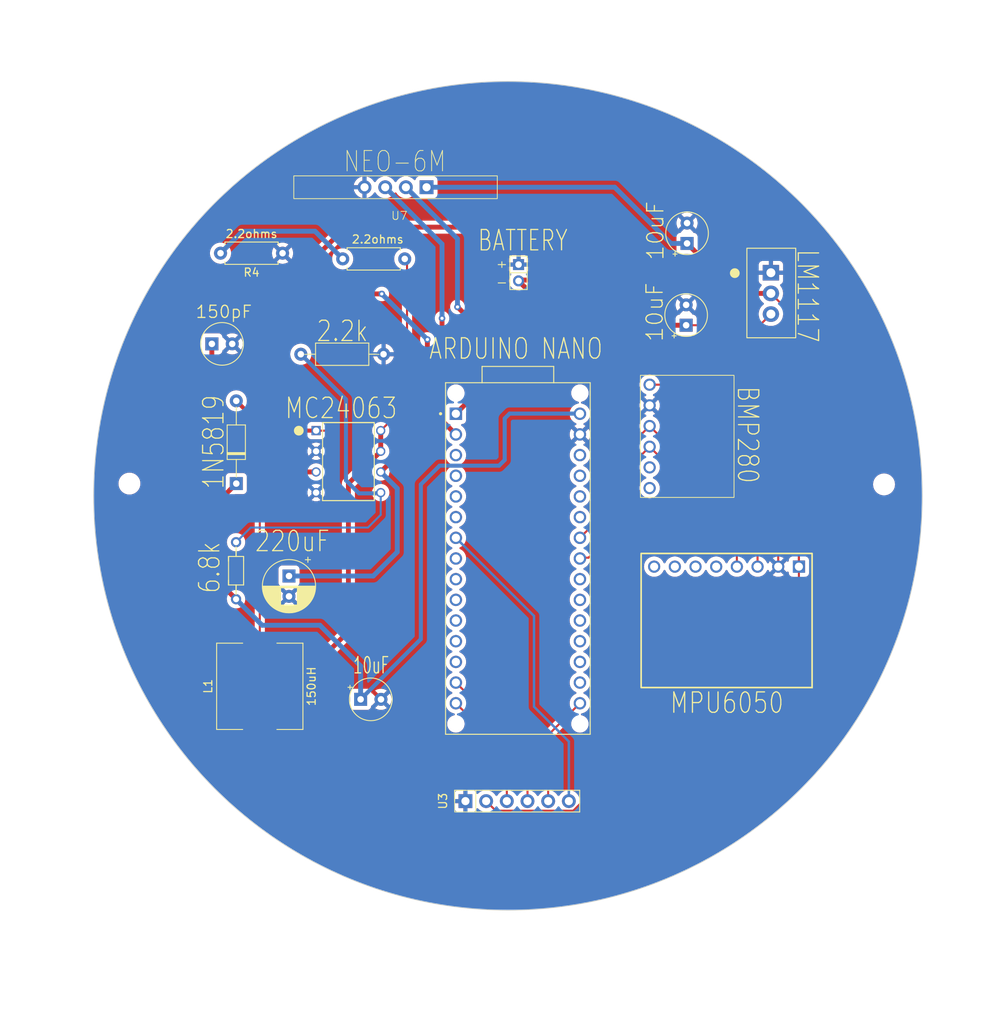
<source format=kicad_pcb>
(kicad_pcb (version 20221018) (generator pcbnew)
  (layers (0 "F.Cu" signal) (31 "B.Cu" signal) (34 "B.Paste" user) (35 "F.Paste" user) (36 "B.SilkS" user "B.Silkscreen") (37 "F.SilkS" user "F.Silkscreen") (38 "B.Mask" user) (39 "F.Mask" user) (44 "Edge.Cuts" user))
  (net 0 "")
  (net 1 "+3.7V")
  (net 2 "3.3V")
  (net 3 "GND")
  (net 4 "Net-(U1-CT)")
  (net 5 "Net-(D1-A)")
  (net 6 "Net-(U1-DRVR_C)")
  (net 7 "Net-(U1-COMPARATOR_NEG)")
  (net 8 "SCK_SDC")
  (net 9 "GPS_RX")
  (net 10 "GPS_TX")
  (net 15 "CS_SDC")
  (net 16 "SDA")
  (net 17 "SCK")
  (net 24 "MOSI_SDC")
  (net 25 "MISO_SDC")
  (net 42 "5V")
  (net 43 "Net-(R1-Pad1)")
  (footprint "Connector_PinSocket_2.54mm:PinSocket_1x06_P2.54mm_Vertical" (layer "F.Cu") (at 103.28 138.4 90)
    (fp_text reference "U3" (at 0 -2.77 90) (layer "F.SilkS"))
    (fp_text value "~" hide)
    (fp_line (start -1.33 1.27) (end -1.33 14.03) (stroke (width 0.12)) (layer "F.SilkS"))
    (fp_line (start -1.33 1.27) (end 1.33 1.27) (stroke (width 0.12)) (layer "F.SilkS"))
    (fp_line (start -1.33 14.03) (end 1.33 14.03) (stroke (width 0.12)) (layer "F.SilkS"))
    (fp_line (start 0 -1.33) (end 1.33 -1.33) (stroke (width 0.12)) (layer "F.SilkS"))
    (fp_line (start 1.33 -1.33) (end 1.33 0) (stroke (width 0.12)) (layer "F.SilkS"))
    (fp_line (start 1.33 1.27) (end 1.33 14.03) (stroke (width 0.12)) (layer "F.SilkS"))
    (pad "1" thru_hole rect (at 0 0 90) (size 1.7 1.7) (drill 1) (layers "*.Cu" "*.Mask") (net 3 "GND"))
    (pad "2" thru_hole oval (at 0 2.54 90) (size 1.7 1.7) (drill 1) (layers "*.Cu" "*.Mask") (net 2 "3.3V"))
    (pad "3" thru_hole oval (at 0 5.08 90) (size 1.7 1.7) (drill 1) (layers "*.Cu" "*.Mask") (net 25 "MISO_SDC"))
    (pad "4" thru_hole oval (at 0 7.62 90) (size 1.7 1.7) (drill 1) (layers "*.Cu" "*.Mask") (net 24 "MOSI_SDC"))
    (pad "5" thru_hole oval (at 0 10.16 90) (size 1.7 1.7) (drill 1) (layers "*.Cu" "*.Mask") (net 8 "SCK_SDC"))
    (pad "6" thru_hole oval (at 0 12.7 90) (size 1.7 1.7) (drill 1) (layers "*.Cu" "*.Mask") (net 15 "CS_SDC"))
  )
  (footprint "lib:capacitor_10uF" (layer "F.Cu") (at 135.5 67.9 90)
    (fp_text reference "C3" hide)
    (fp_text value "10uF" hide)
    (fp_text user "10uF" (at -4.202 -7.7135 90 unlocked) (layer "F.SilkS") (effects (font (size 2 2)) (justify left bottom)))
    (fp_line (start -3.554775 -6.475) (end -3.054775 -6.475) (stroke (width 0.12)) (layer "F.SilkS"))
    (fp_line (start -3.304775 -6.725) (end -3.304775 -6.225) (stroke (width 0.12)) (layer "F.SilkS"))
    (fp_circle (center -0.75 -5) (end 1.87 -5) (stroke (width 0.12)) (fill none) (layer "F.SilkS"))
    (pad "1" thru_hole rect (at -2 -5 90) (size 1.6 1.6) (drill 0.8) (layers "*.Cu" "*.Mask") (net 2 "3.3V"))
    (pad "2" thru_hole circle (at 0.5 -5 90) (size 1.6 1.6) (drill 0.8) (layers "*.Cu" "*.Mask") (net 3 "GND"))
  )
  (footprint "lib:capacitor_10uF" (layer "F.Cu") (at 92.4 130.9)
    (fp_text reference "C5" hide)
    (fp_text value "10uF" hide)
    (fp_text user "10uF" (at -3 -8 unlocked) (layer "F.SilkS") (effects (font (size 2 1.2)) (justify left bottom)))
    (fp_line (start -3.554775 -6.475) (end -3.054775 -6.475) (stroke (width 0.12)) (layer "F.SilkS"))
    (fp_line (start -3.304775 -6.725) (end -3.304775 -6.225) (stroke (width 0.12)) (layer "F.SilkS"))
    (fp_circle (center -0.75 -5) (end 1.87 -5) (stroke (width 0.12)) (fill none) (layer "F.SilkS"))
    (pad "1" thru_hole rect (at -2 -5) (size 1.6 1.6) (drill 0.8) (layers "*.Cu" "*.Mask") (net 42 "5V"))
    (pad "2" thru_hole circle (at 0.5 -5) (size 1.6 1.6) (drill 0.8) (layers "*.Cu" "*.Mask") (net 3 "GND"))
  )
  (footprint "lib:LM1117" (layer "F.Cu") (at 145 76.09 -90)
    (fp_text reference "U2")
    (fp_text value "LM1117T-3.3" hide)
    (fp_rect (start -5.6 1.15) (end 5.4 7.15) (stroke (width 0.127)) (fill none) (layer "F.SilkS"))
    (fp_circle (center -2.54 8.636) (end -2.04 8.636) (stroke (width 0.2)) (fill solid) (layer "F.SilkS"))
    (pad "1" thru_hole rect (at -2.59 4.2 270) (size 1.905 2) (drill 1.1) (layers "*.Cu" "*.Mask") (net 3 "GND"))
    (pad "2" thru_hole oval (at -0.05 4.2 270) (size 1.905 2) (drill 1.1) (layers "*.Cu" "*.Mask") (net 2 "3.3V"))
    (pad "3" thru_hole oval (at 2.49 4.2 270) (size 1.905 2) (drill 1.1) (layers "*.Cu" "*.Mask") (net 1 "+3.7V"))
  )
  (footprint "Inductor_SMD:L_10.4x10.4_H4.8" (layer "F.Cu") (at 78.0125 124.3 90)
    (fp_text reference "L1" (at 0 -6.35 90) (layer "F.SilkS"))
    (fp_text value "150uH" (at 0 6.35 90) (layer "F.SilkS"))
    (fp_line (start -5.3 -5.3) (end 5.3 -5.3) (stroke (width 0.12)) (layer "F.SilkS"))
    (fp_line (start -5.3 -2.1) (end -5.3 -5.3) (stroke (width 0.12)) (layer "F.SilkS"))
    (fp_line (start -5.3 5.3) (end -5.3 2.1) (stroke (width 0.12)) (layer "F.SilkS"))
    (fp_line (start 5.3 -5.3) (end 5.3 -2.1) (stroke (width 0.12)) (layer "F.SilkS"))
    (fp_line (start 5.3 2.1) (end 5.3 5.3) (stroke (width 0.12)) (layer "F.SilkS"))
    (fp_line (start 5.3 5.3) (end -5.3 5.3) (stroke (width 0.12)) (layer "F.SilkS"))
    (pad "1" smd rect (at -4.15 0 90) (size 2.7 3.6) (layers "F.Cu" "F.Paste" "F.Mask") (net 6 "Net-(U1-DRVR_C)"))
    (pad "2" smd rect (at 4.15 0 90) (size 2.7 3.6) (layers "F.Cu" "F.Paste" "F.Mask") (net 5 "Net-(D1-A)"))
  )
  (footprint "lib:BMP280" (layer "F.Cu") (at 131.37 93.45 -90)
    (fp_text reference "U6" hide)
    (fp_text value "~" hide)
    (fp_text user "BMP280" (at -6.15 -5.13 -90 unlocked) (layer "F.SilkS") (effects (font (size 2.5 2)) (justify left bottom)))
    (fp_rect (start -7.35 -4.9) (end 7.65 6.6) (stroke (width 0.1)) (fill none) (layer "F.SilkS"))
    (pad "1" thru_hole circle (at -6.2 5.4675 270) (size 1.5 1.5) (drill 1) (layers "*.Cu" "*.Mask") (net 2 "3.3V"))
    (pad "2" thru_hole circle (at -3.66 5.4675 270) (size 1.5 1.5) (drill 1) (layers "*.Cu" "*.Mask") (net 3 "GND"))
    (pad "3" thru_hole circle (at -1.12 5.4675 270) (size 1.5 1.5) (drill 1) (layers "*.Cu" "*.Mask") (net 17 "SCK"))
    (pad "4" thru_hole circle (at 1.42 5.4675 270) (size 1.5 1.5) (drill 1) (layers "*.Cu" "*.Mask") (net 16 "SDA"))
    (pad "5" thru_hole circle (at 3.96 5.4675 270) (size 1.5 1.5) (drill 1) (layers "*.Cu" "*.Mask"))
    (pad "6" thru_hole circle (at 6.5 5.4675 270) (size 1.5 1.5) (drill 1) (layers "*.Cu" "*.Mask"))
  )
  (footprint "Resistor_THT:R_Axial_DIN0207_L6.3mm_D2.5mm_P7.62mm_Horizontal" (layer "F.Cu") (at 80.81 71.1 180)
    (fp_text reference "R4" (at 3.81 -2.37) (layer "F.SilkS"))
    (fp_text value "2.2ohms" (at 3.81 2.37) (layer "F.SilkS"))
    (fp_line (start 0.54 -1.37) (end 7.08 -1.37) (stroke (width 0.12)) (layer "F.SilkS"))
    (fp_line (start 0.54 -1.04) (end 0.54 -1.37) (stroke (width 0.12)) (layer "F.SilkS"))
    (fp_line (start 0.54 1.04) (end 0.54 1.37) (stroke (width 0.12)) (layer "F.SilkS"))
    (fp_line (start 0.54 1.37) (end 7.08 1.37) (stroke (width 0.12)) (layer "F.SilkS"))
    (fp_line (start 7.08 -1.37) (end 7.08 -1.04) (stroke (width 0.12)) (layer "F.SilkS"))
    (fp_line (start 7.08 1.37) (end 7.08 1.04) (stroke (width 0.12)) (layer "F.SilkS"))
    (pad "1" thru_hole circle (at 0 0 180) (size 1.6 1.6) (drill 0.8) (layers "*.Cu" "*.Mask") (net 3 "GND"))
    (pad "2" thru_hole oval (at 7.62 0 180) (size 1.6 1.6) (drill 0.8) (layers "*.Cu" "*.Mask") (net 43 "Net-(R1-Pad1)"))
  )
  (footprint "lib:Capacitor_220uF" (layer "F.Cu") (at 81.339 111.34988 -90)
    (fp_text reference "C1")
    (fp_text value "220uF" hide)
    (fp_text user "220uF" (at -3.399759 4.039 unlocked) (layer "F.SilkS") (effects (font (size 2.5 2)) (justify left bottom)))
    (fp_line (start -2.915 -2.585) (end -2.285 -2.585) (stroke (width 0.12)) (layer "F.SilkS"))
    (fp_line (start -2.6 -2.9) (end -2.6 -2.27) (stroke (width 0.12)) (layer "F.SilkS"))
    (fp_line (start 0.650241 -3.491) (end 0.650241 2.969) (stroke (width 0.12)) (layer "F.SilkS"))
    (fp_line (start 0.690241 -3.491) (end 0.690241 2.969) (stroke (width 0.12)) (layer "F.SilkS"))
    (fp_line (start 0.730241 -3.491) (end 0.730241 2.969) (stroke (width 0.12)) (layer "F.SilkS"))
    (fp_line (start 0.770241 -3.489) (end 0.770241 2.967) (stroke (width 0.12)) (layer "F.SilkS"))
    (fp_line (start 0.810241 -3.488) (end 0.810241 2.966) (stroke (width 0.12)) (layer "F.SilkS"))
    (fp_line (start 0.850241 -3.485) (end 0.850241 2.963) (stroke (width 0.12)) (layer "F.SilkS"))
    (fp_line (start 0.890241 -3.483) (end 0.890241 -1.301) (stroke (width 0.12)) (layer "F.SilkS"))
    (fp_line (start 0.890241 0.779) (end 0.890241 2.961) (stroke (width 0.12)) (layer "F.SilkS"))
    (fp_line (start 0.930241 -3.479) (end 0.930241 -1.301) (stroke (width 0.12)) (layer "F.SilkS"))
    (fp_line (start 0.930241 0.779) (end 0.930241 2.957) (stroke (width 0.12)) (layer "F.SilkS"))
    (fp_line (start 0.970241 -3.476) (end 0.970241 -1.301) (stroke (width 0.12)) (layer "F.SilkS"))
    (fp_line (start 0.970241 0.779) (end 0.970241 2.954) (stroke (width 0.12)) (layer "F.SilkS"))
    (fp_line (start 1.010241 -3.472) (end 1.010241 -1.301) (stroke (width 0.12)) (layer "F.SilkS"))
    (fp_line (start 1.010241 0.779) (end 1.010241 2.95) (stroke (width 0.12)) (layer "F.SilkS"))
    (fp_line (start 1.050241 -3.467) (end 1.050241 -1.301) (stroke (width 0.12)) (layer "F.SilkS"))
    (fp_line (start 1.050241 0.779) (end 1.050241 2.945) (stroke (width 0.12)) (layer "F.SilkS"))
    (fp_line (start 1.090241 -3.462) (end 1.090241 -1.301) (stroke (width 0.12)) (layer "F.SilkS"))
    (fp_line (start 1.090241 0.779) (end 1.090241 2.94) (stroke (width 0.12)) (layer "F.SilkS"))
    (fp_line (start 1.130241 -3.456) (end 1.130241 -1.301) (stroke (width 0.12)) (layer "F.SilkS"))
    (fp_line (start 1.130241 0.779) (end 1.130241 2.934) (stroke (width 0.12)) (layer "F.SilkS"))
    (fp_line (start 1.170241 -3.45) (end 1.170241 -1.301) (stroke (width 0.12)) (layer "F.SilkS"))
    (fp_line (start 1.170241 0.779) (end 1.170241 2.928) (stroke (width 0.12)) (layer "F.SilkS"))
    (fp_line (start 1.210241 -3.443) (end 1.210241 -1.301) (stroke (width 0.12)) (layer "F.SilkS"))
    (fp_line (start 1.210241 0.779) (end 1.210241 2.921) (stroke (width 0.12)) (layer "F.SilkS"))
    (fp_line (start 1.250241 -3.436) (end 1.250241 -1.301) (stroke (width 0.12)) (layer "F.SilkS"))
    (fp_line (start 1.250241 0.779) (end 1.250241 2.914) (stroke (width 0.12)) (layer "F.SilkS"))
    (fp_line (start 1.290241 -3.428) (end 1.290241 -1.301) (stroke (width 0.12)) (layer "F.SilkS"))
    (fp_line (start 1.290241 0.779) (end 1.290241 2.906) (stroke (width 0.12)) (layer "F.SilkS"))
    (fp_line (start 1.330241 -3.42) (end 1.330241 -1.301) (stroke (width 0.12)) (layer "F.SilkS"))
    (fp_line (start 1.330241 0.779) (end 1.330241 2.898) (stroke (width 0.12)) (layer "F.SilkS"))
    (fp_line (start 1.371241 -3.411) (end 1.371241 -1.301) (stroke (width 0.12)) (layer "F.SilkS"))
    (fp_line (start 1.371241 0.779) (end 1.371241 2.889) (stroke (width 0.12)) (layer "F.SilkS"))
    (fp_line (start 1.411241 -3.402) (end 1.411241 -1.301) (stroke (width 0.12)) (layer "F.SilkS"))
    (fp_line (start 1.411241 0.779) (end 1.411241 2.88) (stroke (width 0.12)) (layer "F.SilkS"))
    (fp_line (start 1.451241 -3.392) (end 1.451241 -1.301) (stroke (width 0.12)) (layer "F.SilkS"))
    (fp_line (start 1.451241 0.779) (end 1.451241 2.87) (stroke (width 0.12)) (layer "F.SilkS"))
    (fp_line (start 1.491241 -3.382) (end 1.491241 -1.301) (stroke (width 0.12)) (layer "F.SilkS"))
    (fp_line (start 1.491241 0.779) (end 1.491241 2.86) (stroke (width 0.12)) (layer "F.SilkS"))
    (fp_line (start 1.531241 -3.371) (end 1.531241 -1.301) (stroke (width 0.12)) (layer "F.SilkS"))
    (fp_line (start 1.531241 0.779) (end 1.531241 2.849) (stroke (width 0.12)) (layer "F.SilkS"))
    (fp_line (start 1.571241 -3.359) (end 1.571241 -1.301) (stroke (width 0.12)) (layer "F.SilkS"))
    (fp_line (start 1.571241 0.779) (end 1.571241 2.837) (stroke (width 0.12)) (layer "F.SilkS"))
    (fp_line (start 1.611241 -3.347) (end 1.611241 -1.301) (stroke (width 0.12)) (layer "F.SilkS"))
    (fp_line (start 1.611241 0.779) (end 1.611241 2.825) (stroke (width 0.12)) (layer "F.SilkS"))
    (fp_line (start 1.651241 -3.335) (end 1.651241 -1.301) (stroke (width 0.12)) (layer "F.SilkS"))
    (fp_line (start 1.651241 0.779) (end 1.651241 2.813) (stroke (width 0.12)) (layer "F.SilkS"))
    (fp_line (start 1.691241 -3.322) (end 1.691241 -1.301) (stroke (width 0.12)) (layer "F.SilkS"))
    (fp_line (start 1.691241 0.779) (end 1.691241 2.8) (stroke (width 0.12)) (layer "F.SilkS"))
    (fp_line (start 1.731241 -3.308) (end 1.731241 -1.301) (stroke (width 0.12)) (layer "F.SilkS"))
    (fp_line (start 1.731241 0.779) (end 1.731241 2.786) (stroke (width 0.12)) (layer "F.SilkS"))
    (fp_line (start 1.771241 -3.294) (end 1.771241 -1.301) (stroke (width 0.12)) (layer "F.SilkS"))
    (fp_line (start 1.771241 0.779) (end 1.771241 2.772) (stroke (width 0.12)) (layer "F.SilkS"))
    (fp_line (start 1.811241 -3.279) (end 1.811241 -1.301) (stroke (width 0.12)) (layer "F.SilkS"))
    (fp_line (start 1.811241 0.779) (end 1.811241 2.757) (stroke (width 0.12)) (layer "F.SilkS"))
    (fp_line (start 1.851241 -3.263) (end 1.851241 -1.301) (stroke (width 0.12)) (layer "F.SilkS"))
    (fp_line (start 1.851241 0.779) (end 1.851241 2.741) (stroke (width 0.12)) (layer "F.SilkS"))
    (fp_line (start 1.891241 -3.247) (end 1.891241 -1.301) (stroke (width 0.12)) (layer "F.SilkS"))
    (fp_line (start 1.891241 0.779) (end 1.891241 2.725) (stroke (width 0.12)) (layer "F.SilkS"))
    (fp_line (start 1.931241 -3.231) (end 1.931241 -1.301) (stroke (width 0.12)) (layer "F.SilkS"))
    (fp_line (start 1.931241 0.779) (end 1.931241 2.709) (stroke (width 0.12)) (layer "F.SilkS"))
    (fp_line (start 1.971241 -3.213) (end 1.971241 -1.301) (stroke (width 0.12)) (layer "F.SilkS"))
    (fp_line (start 1.971241 0.779) (end 1.971241 2.691) (stroke (width 0.12)) (layer "F.SilkS"))
    (fp_line (start 2.011241 -3.195) (end 2.011241 -1.301) (stroke (width 0.12)) (layer "F.SilkS"))
    (fp_line (start 2.011241 0.779) (end 2.011241 2.673) (stroke (width 0.12)) (layer "F.SilkS"))
    (fp_line (start 2.051241 -3.177) (end 2.051241 -1.301) (stroke (width 0.12)) (layer "F.SilkS"))
    (fp_line (start 2.051241 0.779) (end 2.051241 2.655) (stroke (width 0.12)) (layer "F.SilkS"))
    (fp_line (start 2.091241 -3.157) (end 2.091241 -1.301) (stroke (width 0.12)) (layer "F.SilkS"))
    (fp_line (start 2.091241 0.779) (end 2.091241 2.635) (stroke (width 0.12)) (layer "F.SilkS"))
    (fp_line (start 2.131241 -3.137) (end 2.131241 -1.301) (stroke (width 0.12)) (layer "F.SilkS"))
    (fp_line (start 2.131241 0.779) (end 2.131241 2.615) (stroke (width 0.12)) (layer "F.SilkS"))
    (fp_line (start 2.171241 -3.117) (end 2.171241 -1.301) (stroke (width 0.12)) (layer "F.SilkS"))
    (fp_line (start 2.171241 0.779) (end 2.171241 2.595) (stroke (width 0.12)) (layer "F.SilkS"))
    (fp_line (start 2.211241 -3.095) (end 2.211241 -1.301) (stroke (width 0.12)) (layer "F.SilkS"))
    (fp_line (start 2.211241 0.779) (end 2.211241 2.573) (stroke (width 0.12)) (layer "F.SilkS"))
    (fp_line (start 2.251241 -3.073) (end 2.251241 -1.301) (stroke (width 0.12)) (layer "F.SilkS"))
    (fp_line (start 2.251241 0.779) (end 2.251241 2.551) (stroke (width 0.12)) (layer "F.SilkS"))
    (fp_line (start 2.291241 -3.051) (end 2.291241 -1.301) (stroke (width 0.12)) (layer "F.SilkS"))
    (fp_line (start 2.291241 0.779) (end 2.291241 2.529) (stroke (width 0.12)) (layer "F.SilkS"))
    (fp_line (start 2.331241 -3.027) (end 2.331241 -1.301) (stroke (width 0.12)) (layer "F.SilkS"))
    (fp_line (start 2.331241 0.779) (end 2.331241 2.505) (stroke (width 0.12)) (layer "F.SilkS"))
    (fp_line (start 2.371241 -3.003) (end 2.371241 -1.301) (stroke (width 0.12)) (layer "F.SilkS"))
    (fp_line (start 2.371241 0.779) (end 2.371241 2.481) (stroke (width 0.12)) (layer "F.SilkS"))
    (fp_line (start 2.411241 -2.977) (end 2.411241 -1.301) (stroke (width 0.12)) (layer "F.SilkS"))
    (fp_line (start 2.411241 0.779) (end 2.411241 2.455) (stroke (width 0.12)) (layer "F.SilkS"))
    (fp_line (start 2.451241 -2.951) (end 2.451241 -1.301) (stroke (width 0.12)) (layer "F.SilkS"))
    (fp_line (start 2.451241 0.779) (end 2.451241 2.429) (stroke (width 0.12)) (layer "F.SilkS"))
    (fp_line (start 2.491241 -2.925) (end 2.491241 -1.301) (stroke (width 0.12)) (layer "F.SilkS"))
    (fp_line (start 2.491241 0.779) (end 2.491241 2.403) (stroke (width 0.12)) (layer "F.SilkS"))
    (fp_line (start 2.531241 -2.897) (end 2.531241 -1.301) (stroke (width 0.12)) (layer "F.SilkS"))
    (fp_line (start 2.531241 0.779) (end 2.531241 2.375) (stroke (width 0.12)) (layer "F.SilkS"))
    (fp_line (start 2.571241 -2.868) (end 2.571241 -1.301) (stroke (width 0.12)) (layer "F.SilkS"))
    (fp_line (start 2.571241 0.779) (end 2.571241 2.346) (stroke (width 0.12)) (layer "F.SilkS"))
    (fp_line (start 2.611241 -2.839) (end 2.611241 -1.301) (stroke (width 0.12)) (layer "F.SilkS"))
    (fp_line (start 2.611241 0.779) (end 2.611241 2.317) (stroke (width 0.12)) (layer "F.SilkS"))
    (fp_line (start 2.651241 -2.809) (end 2.651241 -1.301) (stroke (width 0.12)) (layer "F.SilkS"))
    (fp_line (start 2.651241 0.779) (end 2.651241 2.287) (stroke (width 0.12)) (layer "F.SilkS"))
    (fp_line (start 2.691241 -2.777) (end 2.691241 -1.301) (stroke (width 0.12)) (layer "F.SilkS"))
    (fp_line (start 2.691241 0.779) (end 2.691241 2.255) (stroke (width 0.12)) (layer "F.SilkS"))
    (fp_line (start 2.731241 -2.745) (end 2.731241 -1.301) (stroke (width 0.12)) (layer "F.SilkS"))
    (fp_line (start 2.731241 0.779) (end 2.731241 2.223) (stroke (width 0.12)) (layer "F.SilkS"))
    (fp_line (start 2.771241 -2.711) (end 2.771241 -1.301) (stroke (width 0.12)) (layer "F.SilkS"))
    (fp_line (start 2.771241 0.779) (end 2.771241 2.189) (stroke (width 0.12)) (layer "F.SilkS"))
    (fp_line (start 2.811241 -2.677) (end 2.811241 -1.301) (stroke (width 0.12)) (layer "F.SilkS"))
    (fp_line (start 2.811241 0.779) (end 2.811241 2.155) (stroke (width 0.12)) (layer "F.SilkS"))
    (fp_line (start 2.851241 -2.641) (end 2.851241 -1.301) (stroke (width 0.12)) (layer "F.SilkS"))
    (fp_line (start 2.851241 0.779) (end 2.851241 2.119) (stroke (width 0.12)) (layer "F.SilkS"))
    (fp_line (start 2.891241 -2.604) (end 2.891241 -1.301) (stroke (width 0.12)) (layer "F.SilkS"))
    (fp_line (start 2.891241 0.779) (end 2.891241 2.082) (stroke (width 0.12)) (layer "F.SilkS"))
    (fp_line (start 2.931241 -2.566) (end 2.931241 -1.301) (stroke (width 0.12)) (layer "F.SilkS"))
    (fp_line (start 2.931241 0.779) (end 2.931241 2.044) (stroke (width 0.12)) (layer "F.SilkS"))
    (fp_line (start 2.971241 -2.526) (end 2.971241 2.004) (stroke (width 0.12)) (layer "F.SilkS"))
    (fp_line (start 3.011241 -2.485) (end 3.011241 1.963) (stroke (width 0.12)) (layer "F.SilkS"))
    (fp_line (start 3.051241 -2.443) (end 3.051241 1.921) (stroke (width 0.12)) (layer "F.SilkS"))
    (fp_line (start 3.091241 -2.398) (end 3.091241 1.876) (stroke (width 0.12)) (layer "F.SilkS"))
    (fp_line (start 3.131241 -2.353) (end 3.131241 1.831) (stroke (width 0.12)) (layer "F.SilkS"))
    (fp_line (start 3.171241 -2.305) (end 3.171241 1.783) (stroke (width 0.12)) (layer "F.SilkS"))
    (fp_line (start 3.211241 -2.256) (end 3.211241 1.734) (stroke (width 0.12)) (layer "F.SilkS"))
    (fp_line (start 3.251241 -2.205) (end 3.251241 1.683) (stroke (width 0.12)) (layer "F.SilkS"))
    (fp_line (start 3.291241 -2.151) (end 3.291241 1.629) (stroke (width 0.12)) (layer "F.SilkS"))
    (fp_line (start 3.331241 -2.095) (end 3.331241 1.573) (stroke (width 0.12)) (layer "F.SilkS"))
    (fp_line (start 3.371241 -2.037) (end 3.371241 1.515) (stroke (width 0.12)) (layer "F.SilkS"))
    (fp_line (start 3.411241 -1.975) (end 3.411241 1.453) (stroke (width 0.12)) (layer "F.SilkS"))
    (fp_line (start 3.451241 -1.911) (end 3.451241 1.389) (stroke (width 0.12)) (layer "F.SilkS"))
    (fp_line (start 3.491241 -1.842) (end 3.491241 1.32) (stroke (width 0.12)) (layer "F.SilkS"))
    (fp_line (start 3.531241 -1.77) (end 3.531241 1.248) (stroke (width 0.12)) (layer "F.SilkS"))
    (fp_line (start 3.571241 -1.693) (end 3.571241 1.171) (stroke (width 0.12)) (layer "F.SilkS"))
    (fp_line (start 3.611241 -1.611) (end 3.611241 1.089) (stroke (width 0.12)) (layer "F.SilkS"))
    (fp_line (start 3.651241 -1.523) (end 3.651241 1.001) (stroke (width 0.12)) (layer "F.SilkS"))
    (fp_line (start 3.691241 -1.426) (end 3.691241 0.904) (stroke (width 0.12)) (layer "F.SilkS"))
    (fp_line (start 3.731241 -1.32) (end 3.731241 0.798) (stroke (width 0.12)) (layer "F.SilkS"))
    (fp_line (start 3.771241 -1.201) (end 3.771241 0.679) (stroke (width 0.12)) (layer "F.SilkS"))
    (fp_line (start 3.811241 -1.063) (end 3.811241 0.541) (stroke (width 0.12)) (layer "F.SilkS"))
    (fp_line (start 3.851241 -0.894) (end 3.851241 0.372) (stroke (width 0.12)) (layer "F.SilkS"))
    (fp_line (start 3.891241 -0.663) (end 3.891241 0.141) (stroke (width 0.12)) (layer "F.SilkS"))
    (fp_circle (center 0.650241 -0.261) (end 3.920241 -0.261) (stroke (width 0.12)) (fill none) (layer "F.SilkS"))
    (pad "1" thru_hole rect (at -0.599759 -0.261 270) (size 1.6 1.6) (drill 0.8) (layers "*.Cu" "*.Mask") (net 1 "+3.7V"))
    (pad "2" thru_hole circle (at 1.900241 -0.261 270) (size 1.6 1.6) (drill 0.8) (layers "*.Cu" "*.Mask") (net 3 "GND"))
  )
  (footprint "lib:resistor_2.2k" (layer "F.Cu") (at 88.1 81.5)
    (fp_text reference "R3" hide)
    (fp_text value "2.2k" hide)
    (fp_text user "2.2k" (at -3.236 0.638 unlocked) (layer "F.SilkS") (effects (font (size 2.5 2)) (justify left bottom)))
    (fp_line (start -4.006 2.008) (end -4.572 2.032) (stroke (width 0.1)) (layer "F.SilkS"))
    (fp_line (start -4.006 2.008) (end -3.236 2.008) (stroke (width 0.12)) (layer "F.SilkS"))
    (fp_line (start -3.236 0.638) (end -3.236 3.378) (stroke (width 0.12)) (layer "F.SilkS"))
    (fp_line (start -3.236 3.378) (end 3.304 3.378) (stroke (width 0.12)) (layer "F.SilkS"))
    (fp_line (start 3.304 0.638) (end -3.236 0.638) (stroke (width 0.12)) (layer "F.SilkS"))
    (fp_line (start 3.304 3.378) (end 3.304 0.638) (stroke (width 0.12)) (layer "F.SilkS"))
    (fp_line (start 4.074 2.008) (end 3.304 2.008) (stroke (width 0.12)) (layer "F.SilkS"))
    (fp_line (start 4.074 2.008) (end 4.572 2.032) (stroke (width 0.1)) (layer "F.SilkS"))
    (pad "1" thru_hole circle (at -5.046 2.008) (size 1.6 1.6) (drill 0.8) (layers "*.Cu" "*.Mask") (net 7 "Net-(U1-COMPARATOR_NEG)"))
    (pad "2" thru_hole oval (at 5.114 2.008) (size 1.6 1.6) (drill 0.8) (layers "*.Cu" "*.Mask") (net 3 "GND"))
  )
  (footprint "lib:MODULE_ABX00053" (layer "F.Cu") (at 109.72 108.6 -90)
    (fp_text reference "U4" hide)
    (fp_text value "A000005" hide)
    (fp_text user "ARDUINO NANO" (at -24.3 11.02 unlocked) (layer "F.SilkS") (effects (font (size 2.5 1.9)) (justify left bottom)))
    (fp_line (start -23.59 -4.4) (end -23.59 4.4) (stroke (width 0.127)) (layer "F.SilkS"))
    (fp_line (start -23.59 4.4) (end -21.59 4.4) (stroke (width 0.127)) (layer "F.SilkS"))
    (fp_line (start -21.59 -8.885) (end -21.59 -4.4) (stroke (width 0.127)) (layer "F.SilkS"))
    (fp_line (start -21.59 -4.4) (end -23.59 -4.4) (stroke (width 0.127)) (layer "F.SilkS"))
    (fp_line (start -21.59 -4.4) (end -21.59 4.4) (stroke (width 0.127)) (layer "F.SilkS"))
    (fp_line (start -21.59 4.4) (end -21.59 8.885) (stroke (width 0.127)) (layer "F.SilkS"))
    (fp_line (start -21.59 8.885) (end 21.59 8.885) (stroke (width 0.127)) (layer "F.SilkS"))
    (fp_line (start 21.59 -8.885) (end -21.59 -8.885) (stroke (width 0.127)) (layer "F.SilkS"))
    (fp_line (start 21.59 8.885) (end 21.59 -8.885) (stroke (width 0.127)) (layer "F.SilkS"))
    (fp_circle (center -17.78 9.5) (end -17.68 9.5) (stroke (width 0.2)) (fill none) (layer "F.SilkS"))
    (pad "" np_thru_hole circle (at -20.32 -7.62 270) (size 1.65 1.65) (drill 1.65) (layers "*.Cu" "*.Mask"))
    (pad "" np_thru_hole circle (at -20.32 7.62 270) (size 1.65 1.65) (drill 1.65) (layers "*.Cu" "*.Mask"))
    (pad "" np_thru_hole circle (at 20.32 -7.62 270) (size 1.65 1.65) (drill 1.65) (layers "*.Cu" "*.Mask"))
    (pad "" np_thru_hole circle (at 20.32 7.62 270) (size 1.65 1.65) (drill 1.65) (layers "*.Cu" "*.Mask"))
    (pad "1" thru_hole rect (at -17.78 7.62 270) (size 1.524 1.524) (drill 1.016) (layers "*.Cu" "*.Mask") (net 9 "GPS_RX"))
    (pad "2" thru_hole circle (at -15.24 7.62 270) (size 1.524 1.524) (drill 1.016) (layers "*.Cu" "*.Mask") (net 10 "GPS_TX"))
    (pad "3" thru_hole circle (at -12.7 7.62 270) (size 1.524 1.524) (drill 1.016) (layers "*.Cu" "*.Mask"))
    (pad "4" thru_hole circle (at -10.16 7.62 270) (size 1.524 1.524) (drill 1.016) (layers "*.Cu" "*.Mask"))
    (pad "5" thru_hole circle (at -7.62 7.62 270) (size 1.524 1.524) (drill 1.016) (layers "*.Cu" "*.Mask"))
    (pad "6" thru_hole circle (at -5.08 7.62 270) (size 1.524 1.524) (drill 1.016) (layers "*.Cu" "*.Mask"))
    (pad "7" thru_hole circle (at -2.54 7.62 270) (size 1.524 1.524) (drill 1.016) (layers "*.Cu" "*.Mask") (net 15 "CS_SDC"))
    (pad "8" thru_hole circle (at 0 7.62 270) (size 1.524 1.524) (drill 1.016) (layers "*.Cu" "*.Mask"))
    (pad "9" thru_hole circle (at 2.54 7.62 270) (size 1.524 1.524) (drill 1.016) (layers "*.Cu" "*.Mask"))
    (pad "10" thru_hole circle (at 5.08 7.62 270) (size 1.524 1.524) (drill 1.016) (layers "*.Cu" "*.Mask"))
    (pad "11" thru_hole circle (at 7.62 7.62 270) (size 1.524 1.524) (drill 1.016) (layers "*.Cu" "*.Mask"))
    (pad "12" thru_hole circle (at 10.16 7.62 270) (size 1.524 1.524) (drill 1.016) (layers "*.Cu" "*.Mask"))
    (pad "13" thru_hole circle (at 12.7 7.62 270) (size 1.524 1.524) (drill 1.016) (layers "*.Cu" "*.Mask"))
    (pad "14" thru_hole circle (at 15.24 7.62 270) (size 1.524 1.524) (drill 1.016) (layers "*.Cu" "*.Mask") (net 24 "MOSI_SDC"))
    (pad "15" thru_hole circle (at 17.78 7.62 270) (size 1.524 1.524) (drill 1.016) (layers "*.Cu" "*.Mask") (net 25 "MISO_SDC"))
    (pad "16" thru_hole circle (at 17.78 -7.62 270) (size 1.524 1.524) (drill 1.016) (layers "*.Cu" "*.Mask") (net 8 "SCK_SDC"))
    (pad "17" thru_hole circle (at 15.24 -7.62 270) (size 1.524 1.524) (drill 1.016) (layers "*.Cu" "*.Mask"))
    (pad "18" thru_hole circle (at 12.7 -7.62 270) (size 1.524 1.524) (drill 1.016) (layers "*.Cu" "*.Mask"))
    (pad "19" thru_hole circle (at 10.16 -7.62 270) (size 1.524 1.524) (drill 1.016) (layers "*.Cu" "*.Mask"))
    (pad "20" thru_hole circle (at 7.62 -7.62 270) (size 1.524 1.524) (drill 1.016) (layers "*.Cu" "*.Mask"))
    (pad "21" thru_hole circle (at 5.08 -7.62 270) (size 1.524 1.524) (drill 1.016) (layers "*.Cu" "*.Mask"))
    (pad "22" thru_hole circle (at 2.54 -7.62 270) (size 1.524 1.524) (drill 1.016) (layers "*.Cu" "*.Mask"))
    (pad "23" thru_hole circle (at 0 -7.62 270) (size 1.524 1.524) (drill 1.016) (layers "*.Cu" "*.Mask") (net 16 "SDA"))
    (pad "24" thru_hole circle (at -2.54 -7.62 270) (size 1.524 1.524) (drill 1.016) (layers "*.Cu" "*.Mask") (net 17 "SCK"))
    (pad "25" thru_hole circle (at -5.08 -7.62 270) (size 1.524 1.524) (drill 1.016) (layers "*.Cu" "*.Mask"))
    (pad "26" thru_hole circle (at -7.62 -7.62 270) (size 1.524 1.524) (drill 1.016) (layers "*.Cu" "*.Mask"))
    (pad "27" thru_hole circle (at -10.16 -7.62 270) (size 1.524 1.524) (drill 1.016) (layers "*.Cu" "*.Mask"))
    (pad "28" thru_hole circle (at -12.7 -7.62 270) (size 1.524 1.524) (drill 1.016) (layers "*.Cu" "*.Mask"))
    (pad "29" thru_hole circle (at -15.24 -7.62 270) (size 1.524 1.524) (drill 1.016) (layers "*.Cu" "*.Mask") (net 3 "GND"))
    (pad "30" thru_hole circle (at -17.78 -7.62 270) (size 1.524 1.524) (drill 1.016) (layers "*.Cu" "*.Mask") (net 42 "5V"))
  )
  (footprint "lib:1N5819" (layer "F.Cu") (at 78.476 93.748 90)
    (fp_text reference "D1" hide)
    (fp_text value "1N5819" hide)
    (fp_text user "1N5819" (at -6.452 -4.676 90 unlocked) (layer "F.SilkS") (effects (font (size 2.5 2)) (justify left bottom)))
    (fp_line (start -4.61 -3.35) (end -4.85 -3.35) (stroke (width 0.12)) (layer "F.SilkS"))
    (fp_line (start -4.61 -3.35) (end -2.69 -3.35) (stroke (width 0.12)) (layer "F.SilkS"))
    (fp_line (start -2.69 -4.47) (end -2.69 -2.23) (stroke (width 0.12)) (layer "F.SilkS"))
    (fp_line (start -2.69 -2.23) (end 1.55 -2.23) (stroke (width 0.12)) (layer "F.SilkS"))
    (fp_line (start -2.09 -4.47) (end -2.09 -2.23) (stroke (width 0.12)) (layer "F.SilkS"))
    (fp_line (start -1.97 -4.47) (end -1.97 -2.23) (stroke (width 0.12)) (layer "F.SilkS"))
    (fp_line (start -1.85 -4.47) (end -1.85 -2.23) (stroke (width 0.12)) (layer "F.SilkS"))
    (fp_line (start 1.55 -4.47) (end -2.69 -4.47) (stroke (width 0.12)) (layer "F.SilkS"))
    (fp_line (start 1.55 -2.23) (end 1.55 -4.47) (stroke (width 0.12)) (layer "F.SilkS"))
    (fp_line (start 3.47 -3.35) (end 1.55 -3.35) (stroke (width 0.12)) (layer "F.SilkS"))
    (fp_line (start 3.47 -3.35) (end 3.75 -3.35) (stroke (width 0.12)) (layer "F.SilkS"))
    (pad "1" thru_hole rect (at -5.65 -3.35 90) (size 1.6 1.6) (drill 0.8) (layers "*.Cu" "*.Mask") (net 42 "5V"))
    (pad "2" thru_hole oval (at 4.51 -3.35 90) (size 1.6 1.6) (drill 0.8) (layers "*.Cu" "*.Mask") (net 5 "Net-(D1-A)"))
  )
  (footprint "lib:Neo-6M" (layer "F.Cu") (at 95.16 67)
    (fp_text reference "U7" (at 0 -0.5 unlocked) (layer "F.SilkS") (effects (font (thickness 0.1))))
    (fp_text value "~")
    (fp_text user "NEO-6M" (at -6.96 -5.7 unlocked) (layer "F.SilkS") (effects (font (size 2.5 2) (thickness 0.1)) (justify left bottom)))
    (fp_rect (start 12.03 -5.4) (end -12.97 -2.6) (stroke (width 0.1)) (fill none) (layer "F.SilkS"))
    (pad "1" thru_hole rect (at 3.34 -4 270) (size 1.7 1.7) (drill 1) (layers "*.Cu" "*.Mask") (net 2 "3.3V"))
    (pad "2" thru_hole oval (at 0.8 -4 270) (size 1.7 1.7) (drill 1) (layers "*.Cu" "*.Mask") (net 9 "GPS_RX"))
    (pad "3" thru_hole oval (at -1.74 -4 270) (size 1.7 1.7) (drill 1) (layers "*.Cu" "*.Mask") (net 10 "GPS_TX"))
    (pad "4" thru_hole oval (at -4.28 -4 270) (size 1.7 1.7) (drill 1) (layers "*.Cu" "*.Mask") (net 3 "GND"))
  )
  (footprint "MountingHole:MountingHole_2.2mm_M2" (layer "F.Cu") (at 62 99.4)
    (fp_text reference "REF**" hide)
    (fp_text value "MountingHole_2.2mm_M2")
    (pad "" np_thru_hole circle (at 0 0) (size 2.2 2.2) (drill 2.2) (layers "*.Cu" "*.Mask"))
  )
  (footprint "lib:capacitor_10uF" (layer "F.Cu") (at 135.3875 77.948 90)
    (fp_text reference "C2" hide)
    (fp_text value "10uF" hide)
    (fp_text user "10uF" (at -4.152 -7.6875 90 unlocked) (layer "F.SilkS") (effects (font (size 2 2)) (justify left bottom)))
    (fp_line (start -3.554775 -6.475) (end -3.054775 -6.475) (stroke (width 0.12)) (layer "F.SilkS"))
    (fp_line (start -3.304775 -6.725) (end -3.304775 -6.225) (stroke (width 0.12)) (layer "F.SilkS"))
    (fp_circle (center -0.75 -5) (end 1.87 -5) (stroke (width 0.12)) (fill none) (layer "F.SilkS"))
    (pad "1" thru_hole rect (at -2 -5 90) (size 1.6 1.6) (drill 0.8) (layers "*.Cu" "*.Mask") (net 1 "+3.7V"))
    (pad "2" thru_hole circle (at 0.5 -5 90) (size 1.6 1.6) (drill 0.8) (layers "*.Cu" "*.Mask") (net 3 "GND"))
  )
  (footprint "MountingHole:MountingHole_2.2mm_M2" (layer "F.Cu") (at 154.7 99.5)
    (fp_text reference "REF**" hide)
    (fp_text value "MountingHole_2.2mm_M2")
    (pad "" np_thru_hole circle (at 0 0) (size 2.2 2.2) (drill 2.2) (layers "*.Cu" "*.Mask"))
  )
  (footprint "Resistor_THT:R_Axial_DIN0207_L6.3mm_D2.5mm_P7.62mm_Horizontal" (layer "F.Cu") (at 88.2 71.8)
    (fp_text reference "R1")
    (fp_text value "2.2ohms" (at 4.3 -2.4) (layer "F.SilkS"))
    (fp_line (start 0.54 -1.37) (end 7.08 -1.37) (stroke (width 0.12)) (layer "F.SilkS"))
    (fp_line (start 0.54 -1.04) (end 0.54 -1.37) (stroke (width 0.12)) (layer "F.SilkS"))
    (fp_line (start 0.54 1.04) (end 0.54 1.37) (stroke (width 0.12)) (layer "F.SilkS"))
    (fp_line (start 0.54 1.37) (end 7.08 1.37) (stroke (width 0.12)) (layer "F.SilkS"))
    (fp_line (start 7.08 -1.37) (end 7.08 -1.04) (stroke (width 0.12)) (layer "F.SilkS"))
    (fp_line (start 7.08 1.37) (end 7.08 1.04) (stroke (width 0.12)) (layer "F.SilkS"))
    (pad "1" thru_hole circle (at 0 0) (size 1.6 1.6) (drill 0.8) (layers "*.Cu" "*.Mask") (net 43 "Net-(R1-Pad1)"))
    (pad "2" thru_hole oval (at 7.62 0) (size 1.6 1.6) (drill 0.8) (layers "*.Cu" "*.Mask") (net 6 "Net-(U1-DRVR_C)"))
  )
  (footprint "lib:MPU6050" (layer "F.Cu") (at 134.08 101.98 180)
    (fp_text reference "U5" hide)
    (fp_text value "~" hide)
    (fp_text user "MPU6050" (at 5.78 -25.82 unlocked) (layer "F.SilkS") (effects (font (size 2.5 2)) (justify left bottom)))
    (fp_rect (start -11.78 -22.47) (end 9.22 -6) (stroke (width 0.2)) (fill none) (layer "F.SilkS"))
    (pad "1" thru_hole rect (at -10.16 -7.62 180) (size 1.5 1.5) (drill 1) (layers "*.Cu" "*.Mask") (net 2 "3.3V"))
    (pad "2" thru_hole circle (at -7.62 -7.62 180) (size 1.5 1.5) (drill 1) (layers "*.Cu" "*.Mask") (net 3 "GND"))
    (pad "3" thru_hole circle (at -5.08 -7.62 180) (size 1.5 1.5) (drill 1) (layers "*.Cu" "*.Mask") (net 17 "SCK"))
    (pad "4" thru_hole circle (at -2.54 -7.62 180) (size 1.5 1.5) (drill 1) (layers "*.Cu" "*.Mask") (net 16 "SDA"))
    (pad "5" thru_hole circle (at 0 -7.62 180) (size 1.5 1.5) (drill 1) (layers "*.Cu" "*.Mask"))
    (pad "6" thru_hole circle (at 2.54 -7.62 180) (size 1.5 1.5) (drill 1) (layers "*.Cu" "*.Mask"))
    (pad "7" thru_hole circle (at 5.08 -7.62 180) (size 1.5 1.5) (drill 1) (layers "*.Cu" "*.Mask"))
    (pad "8" thru_hole circle (at 7.62 -7.62 180) (size 1.5 1.5) (drill 1) (layers "*.Cu" "*.Mask"))
  )
  (footprint "lib:Battery" (layer "F.Cu") (at 110.302 78.816)
    (fp_text reference "BT1" hide)
    (fp_text value "Battery" hide)
    (fp_text user "BATTERY" (at -5.602 -7.816 unlocked) (layer "F.SilkS") (effects (font (size 2.5 1.8)) (justify left bottom)))
    (fp_line (start -3.002 -6.316) (end -2.102 -6.316) (stroke (width 0.12)) (layer "F.SilkS"))
    (fp_line (start -2.552 -6.666) (end -2.552 -5.966) (stroke (width 0.12)) (layer "F.SilkS"))
    (fp_line (start -2.102 -4.066) (end -3.002 -4.066) (stroke (width 0.12)) (layer "F.SilkS"))
    (fp_line (start -1.562 -7.376) (end -0.502 -7.376) (stroke (width 0.12)) (layer "F.SilkS"))
    (fp_line (start -1.562 -6.316) (end -1.562 -7.376) (stroke (width 0.12)) (layer "F.SilkS"))
    (fp_line (start -1.562 -6.316) (end -1.562 -5.316) (stroke (width 0.12)) (layer "F.SilkS"))
    (fp_line (start -1.562 -5.316) (end -1.562 -3.256) (stroke (width 0.12)) (layer "F.SilkS"))
    (fp_line (start -1.562 -5.316) (end 0.558 -5.316) (stroke (width 0.12)) (layer "F.SilkS"))
    (fp_line (start -1.562 -3.256) (end 0.558 -3.256) (stroke (width 0.12)) (layer "F.SilkS"))
    (fp_line (start -0.502 -7.376) (end 0.558 -7.346) (stroke (width 0.12)) (layer "F.SilkS"))
    (fp_line (start 0.558 -5.316) (end 0.558 -7.346) (stroke (width 0.12)) (layer "F.SilkS"))
    (fp_line (start 0.558 -5.316) (end 0.558 -3.256) (stroke (width 0.12)) (layer "F.SilkS"))
    (pad "1" thru_hole rect (at -0.502 -6.316) (size 1.35 1.35) (drill 0.8) (layers "*.Cu" "*.Mask") (net 3 "GND"))
    (pad "2" thru_hole oval (at -0.502 -4.316) (size 1.35 1.35) (drill 0.8) (layers "*.Cu" "*.Mask") (net 1 "+3.7V"))
  )
  (footprint "lib:resistor_6.8k" (layer "F.Cu") (at 75.1 110.1 90)
    (fp_text reference "R2" hide)
    (fp_text value "6.8k" hide)
    (fp_text user "6.8k" (at -2.9 -1.8 90 unlocked) (layer "F.SilkS") (effects (font (size 2.5 2)) (justify left bottom)))
    (fp_line (start -2.925 0) (end -1.75 0) (stroke (width 0.127)) (layer "F.SilkS"))
    (fp_line (start -1.75 -0.925) (end -1.75 0) (stroke (width 0.127)) (layer "F.SilkS"))
    (fp_line (start -1.75 -0.925) (end 1.75 -0.925) (stroke (width 0.127)) (layer "F.SilkS"))
    (fp_line (start -1.75 0) (end -2.55 0) (stroke (width 0.127)) (layer "F.SilkS"))
    (fp_line (start -1.75 0) (end -1.75 0.925) (stroke (width 0.127)) (layer "F.SilkS"))
    (fp_line (start -1.75 0.925) (end -1.17 0.925) (stroke (width 0.127)) (layer "F.SilkS"))
    (fp_line (start -1.17 -0.925) (end -1.75 -0.925) (stroke (width 0.127)) (layer "F.SilkS"))
    (fp_line (start 1.17 -0.925) (end 1.75 -0.925) (stroke (width 0.127)) (layer "F.SilkS"))
    (fp_line (start 1.17 0.925) (end 1.75 0.925) (stroke (width 0.127)) (layer "F.SilkS"))
    (fp_line (start 1.75 -0.925) (end 1.75 0) (stroke (width 0.127)) (layer "F.SilkS"))
    (fp_line (start 1.75 0) (end 1.75 0.925) (stroke (width 0.127)) (layer "F.SilkS"))
    (fp_line (start 1.75 0) (end 2.55 0) (stroke (width 0.127)) (layer "F.SilkS"))
    (fp_line (start 1.75 0.925) (end -1.75 0.925) (stroke (width 0.127)) (layer "F.SilkS"))
    (fp_line (start 2.925 0) (end 1.75 0) (stroke (width 0.127)) (layer "F.SilkS"))
    (pad "1" thru_hole circle (at -3.5 0 90) (size 1.258 1.258) (drill 0.75) (layers "*.Cu" "*.Mask") (net 42 "5V"))
    (pad "2" thru_hole circle (at 3.5 0 90) (size 1.258 1.258) (drill 0.75) (layers "*.Cu" "*.Mask") (net 7 "Net-(U1-COMPARATOR_NEG)"))
  )
  (footprint "lib:Capacitor_47nF" (layer "F.Cu") (at 73.126 80.238)
    (fp_text reference "C4")
    (fp_text value "150pF" (at 0.474 -1.938 unlocked) (layer "F.SilkS") (effects (font (size 1.5 1.5))))
    (fp_circle (center 0.25 2) (end 2.87 2) (stroke (width 0.12)) (fill none) (layer "F.SilkS"))
    (pad "1" thru_hole rect (at -1 2) (size 1.6 1.6) (drill 0.8) (layers "*.Cu" "*.Mask") (net 4 "Net-(U1-CT)"))
    (pad "2" thru_hole circle (at 1.5 2) (size 1.6 1.6) (drill 0.8) (layers "*.Cu" "*.Mask") (net 3 "GND"))
  )
  (footprint "lib:MC34063" (layer "F.Cu") (at 88.9 96.7)
    (fp_text reference "U1" hide)
    (fp_text value "MC34063AP" hide)
    (fp_line (start -3.175 -4.795) (end -3.175 4.795) (stroke (width 0.127)) (layer "F.SilkS"))
    (fp_line (start -3.175 -4.795) (end 3.175 -4.795) (stroke (width 0.127)) (layer "F.SilkS"))
    (fp_line (start -3.175 -4.795) (end 3.175 -4.795) (stroke (width 0.127)) (layer "F.SilkS"))
    (fp_line (start -3.175 4.795) (end 3.175 4.795) (stroke (width 0.127)) (layer "F.SilkS"))
    (fp_line (start -3.175 4.795) (end 3.175 4.795) (stroke (width 0.127)) (layer "F.SilkS"))
    (fp_line (start 3.175 -4.795) (end 3.175 4.795) (stroke (width 0.127)) (layer "F.SilkS"))
    (fp_circle (center -6.096 -3.8) (end -5.596 -3.8) (stroke (width 0.2)) (fill solid) (layer "F.SilkS"))
    (pad "1" thru_hole rect (at -3.97 -3.81) (size 1.13 1.13) (drill 0.78) (layers "*.Cu" "*.Mask") (net 5 "Net-(D1-A)"))
    (pad "2" thru_hole circle (at -3.97 -1.27) (size 1.13 1.13) (drill 0.78) (layers "*.Cu" "*.Mask") (net 3 "GND"))
    (pad "3" thru_hole circle (at -3.97 1.27) (size 1.13 1.13) (drill 0.78) (layers "*.Cu" "*.Mask") (net 4 "Net-(U1-CT)"))
    (pad "4" thru_hole circle (at -3.97 3.81) (size 1.13 1.13) (drill 0.78) (layers "*.Cu" "*.Mask") (net 3 "GND"))
    (pad "5" thru_hole circle (at 3.97 3.81) (size 1.13 1.13) (drill 0.78) (layers "*.Cu" "*.Mask") (net 7 "Net-(U1-COMPARATOR_NEG)"))
    (pad "6" thru_hole circle (at 3.97 1.27) (size 1.13 1.13) (drill 0.78) (layers "*.Cu" "*.Mask") (net 1 "+3.7V"))
    (pad "7" thru_hole circle (at 3.97 -1.27) (size 1.13 1.13) (drill 0.78) (layers "*.Cu" "*.Mask") (net 6 "Net-(U1-DRVR_C)"))
    (pad "8" thru_hole circle (at 3.97 -3.81) (size 1.13 1.13) (drill 0.78) (layers "*.Cu" "*.Mask") (net 6 "Net-(U1-DRVR_C)"))
  )
  (gr_line (start 104.55 139.73) (end 101.962 139.726) (stroke (width 0.1)) (layer "F.SilkS"))
  (gr_line (start 103.28 137.07) (end 104.55 137.07) (stroke (width 0.1)) (layer "F.SilkS"))
  (gr_line (start 101.962 139.726) (end 101.95 138.4) (stroke (width 0.1)) (layer "F.SilkS"))
  (gr_circle (center 108.5 100.9) (end 159.4 100.8) (stroke (width 0.1)) (fill none) (layer "Edge.Cuts"))
  (gr_text "LM1117" (at 143.85 70.49 270) (layer "F.SilkS") (effects (font (size 2.5 2)) (justify left bottom)))
  (gr_text "MC24063" (at 81 91.6) (layer "F.SilkS") (effects (font (size 2.5 2)) (justify left bottom)))
  (segment (start 111.7 74.4) (end 109.9 74.4) (width 0.6) (layer "F.Cu") (net 1))
  (segment (start 115.248 79.948) (end 109.8 74.5) (width 0.6) (layer "F.Cu") (net 1))
  (segment (start 112.6 69.6) (end 112.6 73.5) (width 0.6) (layer "F.Cu") (net 1))
  (segment (start 83.154 73.3) (end 84.8 73.3) (width 0.6) (layer "F.Cu") (net 1))
  (segment (start 130.3875 79.948) (end 115.248 79.948) (width 0.6) (layer "F.Cu") (net 1))
  (segment (start 109.9 74.4) (end 109.8 74.5) (width 0.6) (layer "F.Cu") (net 1))
  (segment (start 84.8 73.3) (end 87.6 76.1) (width 0.6) (layer "F.Cu") (net 1))
  (segment (start 110.9 67.9) (end 112.6 69.6) (width 0.6) (layer "F.Cu") (net 1))
  (segment (start 87.6 76.1) (end 93 76.1) (width 0.6) (layer "F.Cu") (net 1))
  (segment (start 88.5 67.9) (end 110.9 67.9) (width 0.6) (layer "F.Cu") (net 1))
  (segment (start 83.154 73.3) (end 88.5 67.954) (width 0.6) (layer "F.Cu") (net 1))
  (segment (start 112.6 73.5) (end 111.7 74.4) (width 0.6) (layer "F.Cu") (net 1))
  (segment (start 130.3875 79.948) (end 139.432 79.948) (width 0.25) (layer "F.Cu") (net 1))
  (segment (start 98.6 81.7) (end 98.6 92.24) (width 0.6) (layer "F.Cu") (net 1))
  (segment (start 139.432 79.948) (end 140.8 78.58) (width 0.25) (layer "F.Cu") (net 1))
  (segment (start 98.6 92.24) (end 92.87 97.97) (width 0.6) (layer "F.Cu") (net 1))
  (via (at 93 76.1) (size 0.8) (drill 0.4) (layers "F.Cu" "B.Cu") (net 1))
  (via (at 98.6 81.7) (size 0.8) (drill 0.4) (layers "F.Cu" "B.Cu") (net 1))
  (segment (start 81.6 110.750121) (end 91.949879 110.750121) (width 0.6) (layer "B.Cu") (net 1))
  (segment (start 91.949879 110.750121) (end 94.9 107.8) (width 0.6) (layer "B.Cu") (net 1))
  (segment (start 94.9 100) (end 92.87 97.97) (width 0.6) (layer "B.Cu") (net 1))
  (segment (start 93 76.1) (end 96 79.1) (width 0.6) (layer "B.Cu") (net 1))
  (segment (start 96 79.1) (end 98.6 81.7) (width 0.6) (layer "B.Cu") (net 1))
  (segment (start 94.9 107.8) (end 94.9 100) (width 0.6) (layer "B.Cu") (net 1))
  (segment (start 144.24 109.6) (end 144.24 79.48) (width 0.25) (layer "F.Cu") (net 2))
  (segment (start 136.64 76.04) (end 140.8 76.04) (width 0.6) (layer "F.Cu") (net 2))
  (segment (start 130.5 69.9) (end 136.64 76.04) (width 0.6) (layer "F.Cu") (net 2))
  (segment (start 116.525 139.575) (end 144.24 111.86) (width 0.25) (layer "F.Cu") (net 2))
  (segment (start 144.24 79.48) (end 140.8 76.04) (width 0.25) (layer "F.Cu") (net 2))
  (segment (start 144.24 111.86) (end 144.24 109.6) (width 0.25) (layer "F.Cu") (net 2))
  (segment (start 144.24 109.6) (end 144.24 96.94) (width 0.25) (layer "F.Cu") (net 2))
  (segment (start 106.995 139.575) (end 116.525 139.575) (width 0.25) (layer "F.Cu") (net 2))
  (segment (start 134.55 87.25) (end 125.9025 87.25) (width 0.25) (layer "F.Cu") (net 2))
  (segment (start 105.82 138.4) (end 106.995 139.575) (width 0.25) (layer "F.Cu") (net 2))
  (segment (start 144.24 96.94) (end 134.55 87.25) (width 0.25) (layer "F.Cu") (net 2))
  (segment (start 128.5155 69.9) (end 130.5 69.9) (width 0.6) (layer "B.Cu") (net 2))
  (segment (start 121.6155 63) (end 128.5155 69.9) (width 0.6) (layer "B.Cu") (net 2))
  (segment (start 98.5 63) (end 121.6155 63) (width 0.6) (layer "B.Cu") (net 2))
  (segment (start 141.7 105.5875) (end 141.7 109.6) (width 0.25) (layer "F.Cu") (net 3))
  (segment (start 125.9025 89.79) (end 141.7 105.5875) (width 0.25) (layer "F.Cu") (net 3))
  (segment (start 72.126 90.326) (end 72.126 82.238) (width 0.6) (layer "F.Cu") (net 4))
  (segment (start 84.93 97.97) (end 79.77 97.97) (width 0.6) (layer "F.Cu") (net 4))
  (segment (start 79.77 97.97) (end 72.126 90.326) (width 0.6) (layer "F.Cu") (net 4))
  (segment (start 78.0125 102.9875) (end 81.7 99.3) (width 0.25) (layer "F.Cu") (net 5))
  (segment (start 78.0125 120.15) (end 78.0125 102.9875) (width 0.25) (layer "F.Cu") (net 5))
  (segment (start 86.7 93.3) (end 86.3 92.9) (width 0.25) (layer "F.Cu") (net 5))
  (segment (start 84.93 92.89) (end 78.778 92.89) (width 0.5) (layer "F.Cu") (net 5))
  (segment (start 84.94 92.9) (end 84.93 92.89) (width 0.25) (layer "F.Cu") (net 5))
  (segment (start 86.7 98.4) (end 86.7 93.3) (width 0.25) (layer "F.Cu") (net 5))
  (segment (start 86.3 92.9) (end 84.94 92.9) (width 0.25) (layer "F.Cu") (net 5))
  (segment (start 78.778 92.89) (end 75.126 89.238) (width 0.5) (layer "F.Cu") (net 5))
  (segment (start 81.7 99.3) (end 85.8 99.3) (width 0.25) (layer "F.Cu") (net 5))
  (segment (start 85.8 99.3) (end 86.7 98.4) (width 0.25) (layer "F.Cu") (net 5))
  (segment (start 96.1 89.66) (end 96.1 72.08) (width 0.25) (layer "F.Cu") (net 6))
  (segment (start 78.0125 128.45) (end 88.9 117.5625) (width 0.6) (layer "F.Cu") (net 6))
  (segment (start 96.1 72.08) (end 95.82 71.8) (width 0.25) (layer "F.Cu") (net 6))
  (segment (start 88.9 99.4) (end 92.87 95.43) (width 0.6) (layer "F.Cu") (net 6))
  (segment (start 92.87 92.89) (end 96.1 89.66) (width 0.25) (layer "F.Cu") (net 6))
  (segment (start 88.9 117.5625) (end 88.9 99.4) (width 0.6) (layer "F.Cu") (net 6))
  (segment (start 92.87 95.43) (end 92.87 92.89) (width 0.6) (layer "F.Cu") (net 6))
  (segment (start 88.6 89.054) (end 88.6 99) (width 0.5) (layer "B.Cu") (net 7))
  (segment (start 91.3 104.8) (end 92.87 103.23) (width 0.25) (layer "B.Cu") (net 7))
  (segment (start 92.87 103.23) (end 92.87 100.51) (width 0.25) (layer "B.Cu") (net 7))
  (segment (start 90.2 100.6) (end 92.78 100.6) (width 0.5) (layer "B.Cu") (net 7))
  (segment (start 75.1 106.6) (end 76.9 104.8) (width 0.25) (layer "B.Cu") (net 7))
  (segment (start 76.9 104.8) (end 91.3 104.8) (width 0.25) (layer "B.Cu") (net 7))
  (segment (start 88.6 99) (end 90.2 100.6) (width 0.5) (layer "B.Cu") (net 7))
  (segment (start 83.054 83.508) (end 88.6 89.054) (width 0.5) (layer "B.Cu") (net 7))
  (segment (start 92.78 100.6) (end 92.87 100.51) (width 0.5) (layer "B.Cu") (net 7))
  (segment (start 113.44 138.4) (end 113.44 130.28) (width 0.25) (layer "F.Cu") (net 8))
  (segment (start 113.44 130.28) (end 117.34 126.38) (width 0.25) (layer "F.Cu") (net 8))
  (segment (start 102.3 77.7) (end 106.9 82.3) (width 0.6) (layer "F.Cu") (net 9))
  (segment (start 106.9 82.3) (end 106.9 86.02) (width 0.6) (layer "F.Cu") (net 9))
  (segment (start 106.9 86.02) (end 102.1 90.82) (width 0.6) (layer "F.Cu") (net 9))
  (via (at 102.3 77.7) (size 0.8) (drill 0.4) (layers "F.Cu" "B.Cu") (net 9))
  (segment (start 102.3 69.34) (end 102.3 77.7) (width 0.6) (layer "B.Cu") (net 9))
  (segment (start 95.96 63) (end 102.3 69.34) (width 0.6) (layer "B.Cu") (net 9))
  (segment (start 100.4 91.66) (end 102.1 93.36) (width 0.6) (layer "F.Cu") (net 10))
  (segment (start 100.4 79.1) (end 100.4 91.66) (width 0.6) (layer "F.Cu") (net 10))
  (via (at 100.4 79.1) (size 0.8) (drill 0.4) (layers "F.Cu" "B.Cu") (net 10))
  (segment (start 100.4 69.98) (end 100.4 79.1) (width 0.6) (layer "B.Cu") (net 10))
  (segment (start 93.42 63) (end 100.4 69.98) (width 0.6) (layer "B.Cu") (net 10))
  (segment (start 111.7 126.8) (end 115.98 131.08) (width 0.3) (layer "B.Cu") (net 15))
  (segment (start 115.98 131.08) (end 115.98 138.4) (width 0.3) (layer "B.Cu") (net 15))
  (segment (start 102.1 106.06) (end 111.7 115.66) (width 0.3) (layer "B.Cu") (net 15))
  (segment (start 111.7 115.66) (end 111.7 126.8) (width 0.3) (layer "B.Cu") (net 15))
  (segment (start 125.9025 94.87) (end 122.9 97.8725) (width 0.25) (layer "F.Cu") (net 16))
  (segment (start 122.9 97.8725) (end 122.9 104) (width 0.25) (layer "F.Cu") (net 16))
  (segment (start 136.62 105.5875) (end 136.62 109.6) (width 0.25) (layer "F.Cu") (net 16))
  (segment (start 117.44 108.5) (end 117.34 108.6) (width 0.25) (layer "F.Cu") (net 16))
  (segment (start 122.9 104) (end 118.4 108.5) (width 0.25) (layer "F.Cu") (net 16))
  (segment (start 125.9025 94.87) (end 136.62 105.5875) (width 0.25) (layer "F.Cu") (net 16))
  (segment (start 118.4 108.5) (end 117.44 108.5) (width 0.25) (layer "F.Cu") (net 16))
  (segment (start 121.1 102.3) (end 117.34 106.06) (width 0.25) (layer "F.Cu") (net 17))
  (segment (start 125.9025 92.33) (end 139.16 105.5875) (width 0.25) (layer "F.Cu") (net 17))
  (segment (start 139.16 105.5875) (end 139.16 109.6) (width 0.25) (layer "F.Cu") (net 17))
  (segment (start 125.9025 92.33) (end 121.1 97.1325) (width 0.25) (layer "F.Cu") (net 17))
  (segment (start 121.1 97.1325) (end 121.1 102.3) (width 0.25) (layer "F.Cu") (net 17))
  (segment (start 110.9 132.64) (end 102.1 123.84) (width 0.25) (layer "F.Cu") (net 24))
  (segment (start 110.9 132.64) (end 110.9 138.4) (width 0.25) (layer "F.Cu") (net 24))
  (segment (start 108.36 138.4) (end 108.36 132.64) (width 0.25) (layer "F.Cu") (net 25))
  (segment (start 108.36 132.64) (end 102.1 126.38) (width 0.25) (layer "F.Cu") (net 25))
  (segment (start 75.126 99.398) (end 71.4 103.124) (width 0.6) (layer "F.Cu") (net 42))
  (segment (start 71.4 109.9) (end 75.1 113.6) (width 0.6) (layer "F.Cu") (net 42))
  (segment (start 71.4 103.124) (end 71.4 109.9) (width 0.6) (layer "F.Cu") (net 42))
  (segment (start 108.7 90.8) (end 117.32 90.8) (width 0.5) (layer "B.Cu") (net 42))
  (segment (start 90.4 121.8) (end 90.4 125.9) (width 0.6) (layer "B.Cu") (net 42))
  (segment (start 75.1 113.6) (end 78.3 116.8) (width 0.6) (layer "B.Cu") (net 42))
  (segment (start 107.4 97.2) (end 108.1 96.5) (width 0.5) (layer "B.Cu") (net 42))
  (segment (start 108.1 96.5) (end 108.1 91.4) (width 0.5) (layer "B.Cu") (net 42))
  (segment (start 97.8 118.5) (end 90.4 125.9) (width 0.5) (layer "B.Cu") (net 42))
  (segment (start 78.3 116.8) (end 85.4 116.8) (width 0.6) (layer "B.Cu") (net 42))
  (segment (start 85.4 116.8) (end 90.4 121.8) (width 0.6) (layer "B.Cu") (net 42))
  (segment (start 117.32 90.8) (end 117.34 90.82) (width 0.5) (layer "B.Cu") (net 42))
  (segment (start 100.1 97.2) (end 107.4 97.2) (width 0.5) (layer "B.Cu") (net 42))
  (segment (start 100.1 97.2) (end 97.8 99.5) (width 0.5) (layer "B.Cu") (net 42))
  (segment (start 108.1 91.4) (end 108.7 90.8) (width 0.5) (layer "B.Cu") (net 42))
  (segment (start 97.8 99.5) (end 97.8 118.5) (width 0.5) (layer "B.Cu") (net 42))
  (segment (start 73.19 71.1) (end 75.89 68.4) (width 0.6) (layer "B.Cu") (net 43))
  (segment (start 75.89 68.4) (end 84.8 68.4) (width 0.6) (layer "B.Cu") (net 43))
  (segment (start 84.8 68.4) (end 88.2 71.8) (width 0.6) (layer "B.Cu") (net 43))
  (zone (net 3) (net_name "GND") (layers "F&B.Cu") (connect_pads (clearance 0.5)) (min_thickness 0.25) (fill yes (thermal_gap 0.5) (thermal_bridge_width 0.5))
    (polygon (pts (xy 48.4 40) (xy 167 41.3) (xy 165.8 165.8) (xy 46.1 162.2)))
  )
)
</source>
